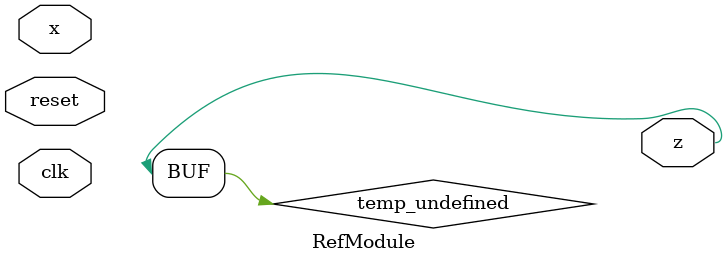
<source format=sv>
module RefModule (
  input clk,
  input reset,
  input x,
  output wire z  // Change from reg to wire
);

  parameter A = 0, B = 1, C = 2, D = 3, E = 4;
  reg [2:0] state, next;

  always @(posedge clk) begin
    if (reset) state <= A;
    else state <= next;
  end

  always @(*) begin
    case (state)
      A: next = x ? B : A;
      B: next = x ? E : B;
      C: next = x ? B : C;
      D: next = x ? C : B;
      E: next = x ? E : D;
      default: next = 3'bxxx;  // Alternatively, you can use 3'bxxx
    endcase
  end

  assign z = temp_undefined;

endmodule

</source>
